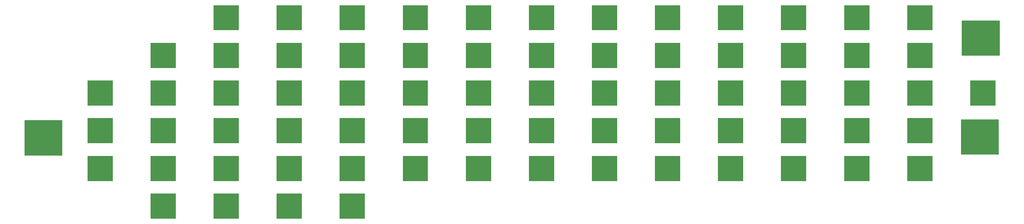
<source format=gbs>
G04*
G04 #@! TF.GenerationSoftware,Altium Limited,Altium Designer,20.0.2 (26)*
G04*
G04 Layer_Color=16711935*
%FSLAX25Y25*%
%MOIN*%
G70*
G01*
G75*
G36*
X1222047Y566142D02*
X1198425D01*
Y589764D01*
X1222047D01*
Y566142D01*
D02*
G37*
G36*
X1162992D02*
X1139370D01*
Y589764D01*
X1162992D01*
Y566142D01*
D02*
G37*
G36*
X1103937D02*
X1080315D01*
Y589764D01*
X1103937D01*
Y566142D01*
D02*
G37*
G36*
X1044882D02*
X1021260D01*
Y589764D01*
X1044882D01*
Y566142D01*
D02*
G37*
G36*
X985827D02*
X962205D01*
Y589764D01*
X985827D01*
Y566142D01*
D02*
G37*
G36*
X926772D02*
X903150D01*
Y589764D01*
X926772D01*
Y566142D01*
D02*
G37*
G36*
X867717D02*
X844094D01*
Y589764D01*
X867717D01*
Y566142D01*
D02*
G37*
G36*
X808661D02*
X785039D01*
Y589764D01*
X808661D01*
Y566142D01*
D02*
G37*
G36*
X749606D02*
X725984D01*
Y589764D01*
X749606D01*
Y566142D01*
D02*
G37*
G36*
X690551D02*
X666929D01*
Y589764D01*
X690551D01*
Y566142D01*
D02*
G37*
G36*
X631496D02*
X607874D01*
Y589764D01*
X631496D01*
Y566142D01*
D02*
G37*
G36*
X572441D02*
X548819D01*
Y589764D01*
X572441D01*
Y566142D01*
D02*
G37*
G36*
X1285039Y542126D02*
X1249606D01*
Y575197D01*
X1285039D01*
Y542126D01*
D02*
G37*
G36*
X1222047Y530709D02*
X1198425D01*
Y554331D01*
X1222047D01*
Y530709D01*
D02*
G37*
G36*
X1162992D02*
X1139370D01*
Y554331D01*
X1162992D01*
Y530709D01*
D02*
G37*
G36*
X1103937D02*
X1080315D01*
Y554331D01*
X1103937D01*
Y530709D01*
D02*
G37*
G36*
X1044882D02*
X1021260D01*
Y554331D01*
X1044882D01*
Y530709D01*
D02*
G37*
G36*
X985827D02*
X962205D01*
Y554331D01*
X985827D01*
Y530709D01*
D02*
G37*
G36*
X926772D02*
X903150D01*
Y554331D01*
X926772D01*
Y530709D01*
D02*
G37*
G36*
X867717D02*
X844094D01*
Y554331D01*
X867717D01*
Y530709D01*
D02*
G37*
G36*
X808661D02*
X785039D01*
Y554331D01*
X808661D01*
Y530709D01*
D02*
G37*
G36*
X749606D02*
X725984D01*
Y554331D01*
X749606D01*
Y530709D01*
D02*
G37*
G36*
X690551D02*
X666929D01*
Y554331D01*
X690551D01*
Y530709D01*
D02*
G37*
G36*
X631496D02*
X607874D01*
Y554331D01*
X631496D01*
Y530709D01*
D02*
G37*
G36*
X572441D02*
X548819D01*
Y554331D01*
X572441D01*
Y530709D01*
D02*
G37*
G36*
X513386D02*
X489764D01*
Y554331D01*
X513386D01*
Y530709D01*
D02*
G37*
G36*
X1281102Y495276D02*
X1257480D01*
Y518898D01*
X1281102D01*
Y495276D01*
D02*
G37*
G36*
X1222047D02*
X1198425D01*
Y518898D01*
X1222047D01*
Y495276D01*
D02*
G37*
G36*
X1162992D02*
X1139370D01*
Y518898D01*
X1162992D01*
Y495276D01*
D02*
G37*
G36*
X1103937D02*
X1080315D01*
Y518898D01*
X1103937D01*
Y495276D01*
D02*
G37*
G36*
X1044882D02*
X1021260D01*
Y518898D01*
X1044882D01*
Y495276D01*
D02*
G37*
G36*
X985827D02*
X962205D01*
Y518898D01*
X985827D01*
Y495276D01*
D02*
G37*
G36*
X926772D02*
X903150D01*
Y518898D01*
X926772D01*
Y495276D01*
D02*
G37*
G36*
X867717D02*
X844094D01*
Y518898D01*
X867717D01*
Y495276D01*
D02*
G37*
G36*
X808661D02*
X785039D01*
Y518898D01*
X808661D01*
Y495276D01*
D02*
G37*
G36*
X749606D02*
X725984D01*
Y518898D01*
X749606D01*
Y495276D01*
D02*
G37*
G36*
X690551D02*
X666929D01*
Y518898D01*
X690551D01*
Y495276D01*
D02*
G37*
G36*
X631496D02*
X607874D01*
Y518898D01*
X631496D01*
Y495276D01*
D02*
G37*
G36*
X572441D02*
X548819D01*
Y518898D01*
X572441D01*
Y495276D01*
D02*
G37*
G36*
X513386D02*
X489764D01*
Y518898D01*
X513386D01*
Y495276D01*
D02*
G37*
G36*
X454331D02*
X430709D01*
Y518898D01*
X454331D01*
Y495276D01*
D02*
G37*
G36*
X1222047Y459842D02*
X1198425D01*
Y483465D01*
X1222047D01*
Y459842D01*
D02*
G37*
G36*
X1162992D02*
X1139370D01*
Y483465D01*
X1162992D01*
Y459842D01*
D02*
G37*
G36*
X1103937D02*
X1080315D01*
Y483465D01*
X1103937D01*
Y459842D01*
D02*
G37*
G36*
X1044882D02*
X1021260D01*
Y483465D01*
X1044882D01*
Y459842D01*
D02*
G37*
G36*
X985827D02*
X962205D01*
Y483465D01*
X985827D01*
Y459842D01*
D02*
G37*
G36*
X926772D02*
X903150D01*
Y483465D01*
X926772D01*
Y459842D01*
D02*
G37*
G36*
X867717D02*
X844094D01*
Y483465D01*
X867717D01*
Y459842D01*
D02*
G37*
G36*
X808661D02*
X785039D01*
Y483465D01*
X808661D01*
Y459842D01*
D02*
G37*
G36*
X749606D02*
X725984D01*
Y483465D01*
X749606D01*
Y459842D01*
D02*
G37*
G36*
X690551D02*
X666929D01*
Y483465D01*
X690551D01*
Y459842D01*
D02*
G37*
G36*
X631496D02*
X607874D01*
Y483465D01*
X631496D01*
Y459842D01*
D02*
G37*
G36*
X572441D02*
X548819D01*
Y483465D01*
X572441D01*
Y459842D01*
D02*
G37*
G36*
X513386D02*
X489764D01*
Y483465D01*
X513386D01*
Y459842D01*
D02*
G37*
G36*
X454331D02*
X430709D01*
Y483465D01*
X454331D01*
Y459842D01*
D02*
G37*
G36*
X1284252Y449213D02*
X1248819D01*
Y482283D01*
X1284252D01*
Y449213D01*
D02*
G37*
G36*
X407087Y448425D02*
X371654D01*
Y481496D01*
X407087D01*
Y448425D01*
D02*
G37*
G36*
X1222047Y424409D02*
X1198425D01*
Y448032D01*
X1222047D01*
Y424409D01*
D02*
G37*
G36*
X1162992D02*
X1139370D01*
Y448032D01*
X1162992D01*
Y424409D01*
D02*
G37*
G36*
X1103937D02*
X1080315D01*
Y448032D01*
X1103937D01*
Y424409D01*
D02*
G37*
G36*
X1044882D02*
X1021260D01*
Y448032D01*
X1044882D01*
Y424409D01*
D02*
G37*
G36*
X985827D02*
X962205D01*
Y448032D01*
X985827D01*
Y424409D01*
D02*
G37*
G36*
X926772D02*
X903150D01*
Y448032D01*
X926772D01*
Y424409D01*
D02*
G37*
G36*
X867717D02*
X844094D01*
Y448032D01*
X867717D01*
Y424409D01*
D02*
G37*
G36*
X808661D02*
X785039D01*
Y448032D01*
X808661D01*
Y424409D01*
D02*
G37*
G36*
X749606D02*
X725984D01*
Y448032D01*
X749606D01*
Y424409D01*
D02*
G37*
G36*
X690551D02*
X666929D01*
Y448032D01*
X690551D01*
Y424409D01*
D02*
G37*
G36*
X631496D02*
X607874D01*
Y448032D01*
X631496D01*
Y424409D01*
D02*
G37*
G36*
X572441D02*
X548819D01*
Y448032D01*
X572441D01*
Y424409D01*
D02*
G37*
G36*
X513386D02*
X489764D01*
Y448032D01*
X513386D01*
Y424409D01*
D02*
G37*
G36*
X454331D02*
X430709D01*
Y448032D01*
X454331D01*
Y424409D01*
D02*
G37*
G36*
X690551Y388976D02*
X666929D01*
Y412598D01*
X690551D01*
Y388976D01*
D02*
G37*
G36*
X631496D02*
X607874D01*
Y412598D01*
X631496D01*
Y388976D01*
D02*
G37*
G36*
X572441D02*
X548819D01*
Y412598D01*
X572441D01*
Y388976D01*
D02*
G37*
G36*
X513386D02*
X489764D01*
Y412598D01*
X513386D01*
Y388976D01*
D02*
G37*
M02*

</source>
